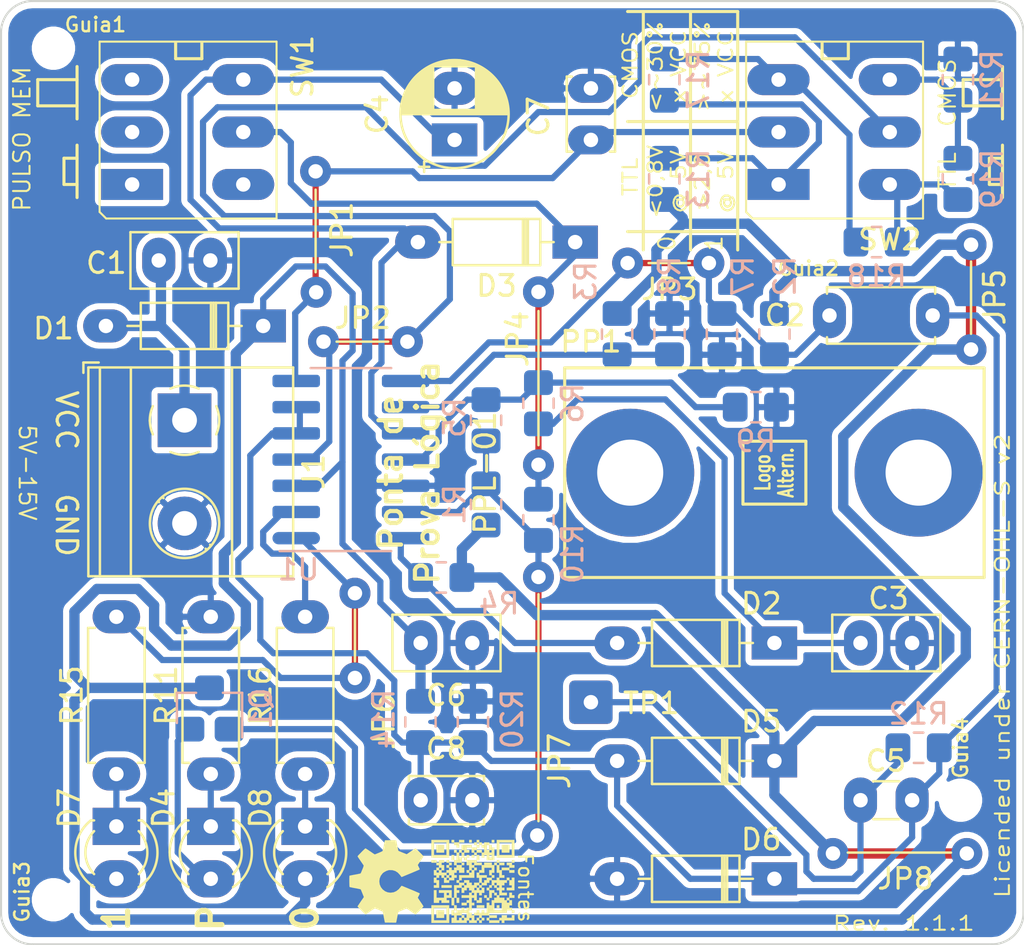
<source format=kicad_pcb>
(kicad_pcb (version 20171130) (host pcbnew 5.1.12-84ad8e8a86~92~ubuntu20.04.1)
  (title_block (title "Ponta de Prova Lógica") (date 2021-12-16) (rev 01.1.1) (company "Copyright 2022 Engenhartis (www.engenhartis.com.br)") (comment 1 "USE ON YOUR OWN RISK. NO WARRANTY GIVEN. Read the license before the use.") (comment 2 "USE SOB SEU PRÓPRIO RISCO. NENHUMA GARANTIA FORNECIDA. Leia a licença antes de usar.") (comment 3 "Licença: CERN-OHL-S (https://ohwr.org/cern_ohl_s_v2.pdf)") (comment 4 "Modelo: PPL-01"))
  (layers (0 F.Cu signal) (31 B.Cu signal) (34 B.Paste user hide) (35 F.Paste user hide) (36 B.SilkS user) (37 F.SilkS user) (38 B.Mask user hide) (39 F.Mask user hide) (44 Edge.Cuts user))
  (net 0 "")
  (net 1 GND)
  (net 2 "Net-(C1-Pad1)")
  (net 3 vprova)
  (net 4 "Net-(C2-Pad1)")
  (net 5 "Net-(C3-Pad2)")
  (net 6 "Net-(C4-Pad1)")
  (net 7 "Net-(C5-Pad2)")
  (net 8 VCC)
  (net 9 "Net-(C7-Pad1)")
  (net 10 "Net-(D2-Pad2)")
  (net 11 "Net-(D3-Pad1)")
  (net 12 "Net-(D4-Pad2)")
  (net 13 "Net-(D4-Pad1)")
  (net 14 "Net-(D7-Pad1)")
  (net 15 "Net-(D8-Pad1)")
  (net 16 "Net-(Q1-Pad1)")
  (net 17 "Net-(R3-Pad2)")
  (net 18 "Net-(R5-Pad2)")
  (net 19 "Net-(R13-Pad2)")
  (net 20 "Net-(R15-Pad2)")
  (net 21 "Net-(R16-Pad2)")
  (net 22 "Net-(R17-Pad2)")
  (net 23 "Net-(R18-Pad2)")
  (net 24 "Net-(R19-Pad2)")
  (net 25 "Net-(SW2-Pad5)")
  (net 26 "Net-(SW1-Pad1)")
  (net 27 "Net-(SW1-Pad2)")
  (net 28 "Net-(SW1-Pad3)")
  (net 29 "Net-(SW1-Pad4)")
  (net 30 "Net-(PP1-Pad2)")
  (net 31 "Net-(PP1-Pad1)")
  (module contornos-personalizados:QR_CODE_URL_Fontes_PPL-01 (layer F.Cu) (at 148.59 115.062)
    (fp_text reference R*** hide)
    (fp_text value QR_CODE_URL_Fontes_PPL-01 hide)
  )
  (module contornos-personalizados:OSHW_Logo_silkscreen-front_4mm (layer F.Cu) (at 144.399 115.062 90)
    (fp_text reference G*** hide)
    (fp_text value OSHW_Logo_silkscreen-front_4mm hide)
  )
  (module contornos-personalizados:FuroGuia_1.5mm (layer B.Cu) (at 164.846 83.82)
    (fp_text reference Guia2 (at 0 1.524) (layer F.SilkS) (effects (font (size 0.7 0.7) (thickness 0.12))))
    (fp_text value FuroGuia_1.5mm hide)
    (pad "" np_thru_hole circle (at 0 0) (size 1.5 1.5) (drill 1.5) (layers *.Cu *.Mask))
  )
  (module contornos-personalizados:FuroGuia_1.5mm (layer B.Cu) (at 128.27 115.951)
    (fp_text reference Guia3 (at -1.524 -0.381 90) (layer F.SilkS) (effects (font (size 0.7 0.7) (thickness 0.12))))
    (fp_text value FuroGuia_1.5mm hide)
    (pad "" np_thru_hole circle (at 0 0) (size 1.5 1.5) (drill 1.5) (layers *.Cu *.Mask))
  )
  (module contornos-personalizados:FuroGuia_1.5mm (layer F.Cu) (at 128.27 74.676)
    (fp_text reference Guia1 (at 2.032 -1.143) (layer F.SilkS) (effects (font (size 0.7 0.7) (thickness 0.12))))
    (fp_text value FuroGuia_1.5mm hide)
    (pad "" np_thru_hole circle (at 0 0) (size 1.5 1.5) (drill 1.5) (layers *.Cu *.Mask))
  )
  (module contornos-personalizados:FuroGuia_1.5mm (layer B.Cu) (at 172.212 111.125 90)
    (fp_text reference Guia4 (at 2.54 0 90) (layer F.SilkS) (effects (font (size 0.7 0.7) (thickness 0.12))))
    (fp_text value FuroGuia_1.5mm hide)
    (pad "" np_thru_hole circle (at 0 0 90) (size 1.5 1.5) (drill 1.5) (layers *.Cu *.Mask))
  )
  (module contornos-personalizados:Wire_Jumper_L2.0mm (layer F.Cu) (at 157.099 85.09)
    (fp_text reference JP3 (at 1.016 1.27) (layer F.SilkS))
    (fp_text value Jumper_Simbolico hide)
  )
  (module contornos-personalizados:Ponta_de_Prova_Fixacao_20mmx10mmx10mm (layer F.Cu) (at 153.035 100.33 90)
    (fp_text reference PP1 (at 11.43 1.27) (layer F.SilkS))
    (fp_text value "Ponta de Prova" hide)
    (pad 1 thru_hole circle (at 5.08 3.175 90) (size 6.2 6.2) (drill 3.2) (layers *.Cu *.Mask) (net 31 "Net-(PP1-Pad1)"))
    (pad 2 thru_hole circle (at 5.08 17.145 90) (size 6.2 6.2) (drill 3.2) (layers *.Cu *.Mask) (net 30 "Net-(PP1-Pad2)"))
  )
  (module Capacitor_THT:C_Disc_D5.0mm_W2.5mm_P5.00mm (layer F.Cu) (at 165.862 87.63)
    (fp_text reference C2 (at -2.159 0) (layer F.SilkS))
    (fp_text value 1,8nF)
    (pad 1 thru_hole oval (at 0 0) (size 1.6 2.2) (drill 0.7) (layers *.Cu *.Mask) (net 4 "Net-(C2-Pad1)"))
    (pad 2 thru_hole oval (at 5 0) (size 1.6 2.2) (drill 0.7) (layers *.Cu *.Mask) (net 3 vprova))
  )
  (module Capacitor_THT:C_Disc_D5.0mm_W2.5mm_P2.50mm (layer F.Cu) (at 146.059 103.505)
    (fp_text reference C6 (at 1.23 2.54) (layer F.SilkS))
    (fp_text value 100nF)
    (pad 1 thru_hole oval (at 0 0) (size 1.6 2.2) (drill 0.7) (layers *.Cu *.Mask) (net 8 VCC))
    (pad 2 thru_hole oval (at 2.5 0) (size 1.6 2.2) (drill 0.7) (layers *.Cu *.Mask) (net 1 GND))
  )
  (module Capacitor_THT:C_Disc_D5.0mm_W2.5mm_P2.50mm (layer F.Cu) (at 169.866 103.505 180)
    (fp_text reference C3 (at 1.143 2.159) (layer F.SilkS))
    (fp_text value 100nF)
    (pad 1 thru_hole oval (at 0 0 180) (size 1.6 2.2) (drill 0.7) (layers *.Cu *.Mask) (net 1 GND))
    (pad 2 thru_hole oval (at 2.5 0 180) (size 1.6 2.2) (drill 0.7) (layers *.Cu *.Mask) (net 5 "Net-(C3-Pad2)"))
  )
  (module Capacitor_THT:C_Disc_D5.0mm_W2.5mm_P2.50mm (layer F.Cu) (at 133.37 84.963)
    (fp_text reference C1 (at -2.54 0.127) (layer F.SilkS))
    (fp_text value 100nF)
    (pad 1 thru_hole oval (at 0 0) (size 1.6 2.2) (drill 0.7) (layers *.Cu *.Mask) (net 2 "Net-(C1-Pad1)"))
    (pad 2 thru_hole oval (at 2.5 0) (size 1.6 2.2) (drill 0.7) (layers *.Cu *.Mask) (net 1 GND))
  )
  (module Capacitor_THT:C_Disc_D3.4mm_W2.1mm_P2.50mm (layer F.Cu) (at 154.305 79.121 90)
    (fp_text reference C7 (at 1.143 -2.54 90) (layer F.SilkS))
    (fp_text value 10nF)
    (pad 1 thru_hole oval (at 0 0 90) (size 1.4 2.2) (drill 0.7) (layers *.Cu *.Mask) (net 9 "Net-(C7-Pad1)"))
    (pad 2 thru_hole oval (at 2.5 0 90) (size 1.4 2.2) (drill 0.7) (layers *.Cu *.Mask) (net 1 GND))
  )
  (module Capacitor_THT:C_Disc_D3.4mm_W2.1mm_P2.50mm (layer F.Cu) (at 146.059 111.125)
    (fp_text reference C8 (at 1.23 -2.5) (layer F.SilkS))
    (fp_text value 10nF)
    (pad 1 thru_hole oval (at 0 0) (size 1.6 2.2) (drill 0.7) (layers *.Cu *.Mask) (net 3 vprova))
    (pad 2 thru_hole oval (at 2.5 0) (size 1.6 2.2) (drill 0.7) (layers *.Cu *.Mask) (net 1 GND))
  )
  (module Capacitor_THT:C_Disc_D3.0mm_W1.6mm_P2.50mm (layer F.Cu) (at 169.866 111.125 180)
    (fp_text reference C5 (at 1.27 1.905) (layer F.SilkS))
    (fp_text value 560pF)
    (pad 1 thru_hole oval (at 0 0 180) (size 1.6 2.2) (drill 0.7) (layers *.Cu *.Mask) (net 3 vprova))
    (pad 2 thru_hole oval (at 2.5 0 180) (size 1.6 2.2) (drill 0.7) (layers *.Cu *.Mask) (net 7 "Net-(C5-Pad2)"))
  )
  (module contornos-personalizados:Wire_Jumper_L6.5mm (layer F.Cu) (at 151.765 93.9165 90)
    (fp_text reference JP4 (at 5.1435 -1.016 90) (layer F.SilkS))
    (fp_text value Jumper_Simbolico hide)
  )
  (module contornos-personalizados:Wire_Jumper_L11.0mm (layer F.Cu) (at 151.765 112.141 90)
    (fp_text reference JP7 (at 2.921 1.016 90) (layer F.SilkS))
    (fp_text value Jumper_Simbolico hide)
  )
  (module contornos-personalizados:Wire_Jumper_L2.5mm (layer F.Cu) (at 142.875 104.394 90)
    (fp_text reference JP6 (at -2.921 1.397 90) (layer F.SilkS))
    (fp_text value Jumper_Simbolico hide)
  )
  (module contornos-personalizados:Wire_Jumper_L3.5mm (layer F.Cu) (at 172.72 88.519 90)
    (fp_text reference JP5 (at 1.778 1.143 90) (layer F.SilkS))
    (fp_text value Jumper_Simbolico hide)
  )
  (module contornos-personalizados:Wire_Jumper_L2.5mm (layer F.Cu) (at 141.986 88.9)
    (fp_text reference JP2 (at 1.27 -1.143) (layer F.SilkS))
    (fp_text value Jumper_Simbolico hide)
  )
  (module contornos-personalizados:Wire_Jumper_L4.0mm (layer F.Cu) (at 140.97 81.534 270)
    (fp_text reference JP1 (at 1.943423 -1.27 90) (layer F.SilkS))
    (fp_text value Jumper_Simbolico hide)
  )
  (module contornos-personalizados:Wire_Jumper_L5.0mm (layer F.Cu) (at 166.751 113.665)
    (fp_text reference JP8 (at 2.794 1.27) (layer F.SilkS))
    (fp_text value Jumper_Simbolico hide)
  )
  (module LED_THT:LED_D3.0mm (layer F.Cu) (at 131.318 112.395 270)
    (fp_text reference D7 (at -0.889 2.286 90) (layer F.SilkS))
    (fp_text value VD)
    (pad 2 thru_hole oval (at 2.54 0 270) (size 1.8 2.3) (drill 0.7) (layers *.Cu *.Mask) (net 8 VCC))
    (pad 1 thru_hole rect (at 0 0 270) (size 1.8 2.3) (drill 0.7) (layers *.Cu *.Mask) (net 14 "Net-(D7-Pad1)"))
  )
  (module Resistor_SMD:R_0805_2012Metric_Pad1.20x1.40mm_HandSolder (layer B.Cu) (at 155.575 88.535 270)
    (fp_text reference R3 (at -2.556 1.524 90) (layer B.SilkS) (effects (justify mirror)))
    (fp_text value 100k)
    (pad 1 smd roundrect (at -1 0 270) (size 1.2 1.4) (layers B.Cu B.Paste B.Mask) (roundrect_rratio 0.2083325) (net 8 VCC))
    (pad 2 smd roundrect (at 1 0 270) (size 1.2 1.4) (layers B.Cu B.Paste B.Mask) (roundrect_rratio 0.2083325) (net 17 "Net-(R3-Pad2)"))
  )
  (module Resistor_SMD:R_0805_2012Metric_Pad1.20x1.40mm_HandSolder (layer B.Cu) (at 149.225 96.79 90)
    (fp_text reference R1 (at 0 -1.524 90) (layer B.SilkS) (effects (justify mirror)))
    (fp_text value 10k)
    (pad 1 smd roundrect (at -1 0 90) (size 1.2 1.4) (layers B.Cu B.Paste B.Mask) (roundrect_rratio 0.2083325) (net 8 VCC))
    (pad 2 smd roundrect (at 1 0 90) (size 1.2 1.4) (layers B.Cu B.Paste B.Mask) (roundrect_rratio 0.2083325) (net 16 "Net-(Q1-Pad1)"))
  )
  (module Resistor_SMD:R_0805_2012Metric_Pad1.20x1.40mm_HandSolder (layer B.Cu) (at 149.225 92.71 90)
    (fp_text reference R5 (at 0.127 -1.524 90) (layer B.SilkS) (effects (justify mirror)))
    (fp_text value 470k)
    (pad 1 smd roundrect (at -1 0 90) (size 1.2 1.4) (layers B.Cu B.Paste B.Mask) (roundrect_rratio 0.2083325) (net 16 "Net-(Q1-Pad1)"))
    (pad 2 smd roundrect (at 1 0 90) (size 1.2 1.4) (layers B.Cu B.Paste B.Mask) (roundrect_rratio 0.2083325) (net 18 "Net-(R5-Pad2)"))
  )
  (module TerminalBlock_Phoenix:TerminalBlock_Phoenix_MKDS-1,5-2_1x02_P5.00mm_Horizontal (layer F.Cu) (at 134.62 92.71 270)
    (fp_text reference J1 (at 2.5 -6.26 90) (layer F.SilkS))
    (fp_text value Conn_01x02)
    (pad 1 thru_hole rect (at 0 0 270) (size 2.6 2.6) (drill 1.2) (layers *.Cu *.Mask) (net 2 "Net-(C1-Pad1)"))
    (pad 2 thru_hole circle (at 5 0 270) (size 2.6 2.6) (drill 1.2) (layers *.Cu *.Mask) (net 1 GND))
  )
  (module contornos-personalizados:Button_8mm_x_8mm_H2.5mm_V5.5mm (layer F.Cu) (at 134.9248 78.74 270)
    (fp_text reference SW1 (at -3.175 -5.4102 90) (layer F.SilkS))
    (fp_text value SW_DPDT_x2 hide)
    (pad 4 thru_hole oval (at 2.54 -2.54 270) (size 1.5 3) (drill 0.7) (layers *.Cu *.Mask) (net 29 "Net-(SW1-Pad4)"))
    (pad 5 thru_hole oval (at 0 -2.54 270) (size 1.5 3) (drill 0.7) (layers *.Cu *.Mask) (net 11 "Net-(D3-Pad1)"))
    (pad 6 thru_hole oval (at -2.54 -2.54 270) (size 1.5 3) (drill 0.7) (layers *.Cu *.Mask) (net 6 "Net-(C4-Pad1)"))
    (pad 3 thru_hole oval (at -2.54 2.8448 270) (size 1.5 3) (drill 0.7) (layers *.Cu *.Mask) (net 28 "Net-(SW1-Pad3)"))
    (pad 2 thru_hole oval (at 0 2.8448 270) (size 1.5 3) (drill 0.7) (layers *.Cu *.Mask) (net 27 "Net-(SW1-Pad2)"))
    (pad 1 thru_hole rect (at 2.54 2.8448 270) (size 1.5 3) (drill 0.7) (layers *.Cu *.Mask) (net 26 "Net-(SW1-Pad1)"))
  )
  (module Resistor_THT:R_Axial_DIN0207_L6.3mm_D2.5mm_P7.62mm_Horizontal (layer F.Cu) (at 140.462 109.855 90)
    (fp_text reference R16 (at 3.81 -2.159 90) (layer F.SilkS))
    (fp_text value 820R/0.5W)
    (pad 1 thru_hole oval (at 0 0 90) (size 1.6 2.3) (drill 0.7) (layers *.Cu *.Mask) (net 15 "Net-(D8-Pad1)"))
    (pad 2 thru_hole oval (at 7.62 0 90) (size 1.6 2.3) (drill 0.7) (layers *.Cu *.Mask) (net 21 "Net-(R16-Pad2)"))
  )
  (module Resistor_THT:R_Axial_DIN0207_L6.3mm_D2.5mm_P7.62mm_Horizontal (layer F.Cu) (at 131.318 109.855 90)
    (fp_text reference R15 (at 3.81 -2.159 90) (layer F.SilkS))
    (fp_text value 820R/0.5W)
    (pad 1 thru_hole oval (at 0 0 90) (size 1.6 2.3) (drill 0.7) (layers *.Cu *.Mask) (net 14 "Net-(D7-Pad1)"))
    (pad 2 thru_hole oval (at 7.62 0 90) (size 1.6 2.3) (drill 0.7) (layers *.Cu *.Mask) (net 20 "Net-(R15-Pad2)"))
  )
  (module contornos-personalizados:Button_8mm_x_8mm_H2.5mm_V5.5mm (layer F.Cu) (at 166.243 78.74 270)
    (fp_text reference SW2 (at 5.207 -2.54 180) (layer F.SilkS))
    (fp_text value SW_DPDT_x2 hide)
    (pad 4 thru_hole oval (at 2.54 -2.54 270) (size 1.5 3) (drill 0.7) (layers *.Cu *.Mask) (net 23 "Net-(R18-Pad2)"))
    (pad 5 thru_hole oval (at 0 -2.54 270) (size 1.5 3) (drill 0.7) (layers *.Cu *.Mask) (net 25 "Net-(SW2-Pad5)"))
    (pad 6 thru_hole oval (at -2.54 -2.54 270) (size 1.5 3) (drill 0.7) (layers *.Cu *.Mask) (net 24 "Net-(R19-Pad2)"))
    (pad 3 thru_hole oval (at -2.54 2.8448 270) (size 1.5 3) (drill 0.7) (layers *.Cu *.Mask) (net 22 "Net-(R17-Pad2)"))
    (pad 2 thru_hole oval (at 0 2.8448 270) (size 1.5 3) (drill 0.7) (layers *.Cu *.Mask) (net 9 "Net-(C7-Pad1)"))
    (pad 1 thru_hole rect (at 2.54 2.8448 270) (size 1.5 3) (drill 0.7) (layers *.Cu *.Mask) (net 19 "Net-(R13-Pad2)"))
  )
  (module Package_SO:SOIC-14_3.9x8.7mm_P1.27mm (layer B.Cu) (at 142.68 94.615)
    (fp_text reference U1 (at -2.54 5.334) (layer B.SilkS) (effects (justify mirror)))
    (fp_text value LM339)
    (pad 1 smd oval (at -2.475 3.81) (size 2.3 0.6) (drill (offset -0.175 0)) (layers B.Cu B.Paste B.Mask) (net 20 "Net-(R15-Pad2)"))
    (pad 2 smd roundrect (at -2.475 2.54) (size 2.3 0.6) (drill (offset -0.175 0)) (layers B.Cu B.Paste B.Mask) (net 21 "Net-(R16-Pad2)"))
    (pad 3 smd roundrect (at -2.475 1.27) (size 2.3 0.6) (drill (offset -0.175 0)) (layers B.Cu B.Paste B.Mask) (net 8 VCC))
    (pad 4 smd roundrect (at -2.475 0) (size 2.3 0.6) (drill (offset -0.175 0)) (layers B.Cu B.Paste B.Mask) (net 25 "Net-(SW2-Pad5)"))
    (pad 5 smd roundrect (at -2.475 -1.27) (size 2.3 0.6) (drill (offset -0.175 0)) (layers B.Cu B.Paste B.Mask) (net 3 vprova))
    (pad 6 smd roundrect (at -2.475 -2.54) (size 2.3 0.6) (drill (offset -0.175 0)) (layers B.Cu B.Paste B.Mask) (net 3 vprova))
    (pad 7 smd roundrect (at -2.475 -3.81) (size 2.3 0.6) (drill (offset -0.175 0)) (layers B.Cu B.Paste B.Mask) (net 9 "Net-(C7-Pad1)"))
    (pad 8 smd roundrect (at 2.475 -3.81) (size 2.3 0.6) (drill (offset 0.175 0)) (layers B.Cu B.Paste B.Mask) (net 4 "Net-(C2-Pad1)"))
    (pad 9 smd roundrect (at 2.475 -2.54) (size 2.3 0.6) (drill (offset 0.175 0)) (layers B.Cu B.Paste B.Mask) (net 17 "Net-(R3-Pad2)"))
    (pad 10 smd roundrect (at 2.475 -1.27) (size 2.3 0.6) (drill (offset 0.175 0)) (layers B.Cu B.Paste B.Mask) (net 6 "Net-(C4-Pad1)"))
    (pad 11 smd roundrect (at 2.475 0) (size 2.3 0.6) (drill (offset 0.175 0)) (layers B.Cu B.Paste B.Mask) (net 18 "Net-(R5-Pad2)"))
    (pad 12 smd roundrect (at 2.475 1.27) (size 2.3 0.6) (drill (offset 0.175 0)) (layers B.Cu B.Paste B.Mask) (net 1 GND))
    (pad 13 smd roundrect (at 2.475 2.54) (size 2.3 0.6) (drill (offset 0.175 0)) (layers B.Cu B.Paste B.Mask) (net 16 "Net-(Q1-Pad1)"))
    (pad 14 smd roundrect (at 2.475 3.81) (size 2.3 0.6) (drill (offset 0.175 0)) (layers B.Cu B.Paste B.Mask) (net 10 "Net-(D2-Pad2)"))
  )
  (module Connector_Wire:SolderWire-0.5sqmm_1x01_D0.9mm_OD2.1mm (layer F.Cu) (at 154.305 106.3752)
    (fp_text reference TP1 (at 2.921 0.0508) (layer F.SilkS))
    (fp_text value "Ponta de Prova" hide)
    (pad 1 thru_hole roundrect (at 0 0) (size 2.1 2.1) (drill 0.7) (layers *.Cu *.Mask) (roundrect_rratio 0.119) (net 7 "Net-(C5-Pad2)"))
  )
  (module Resistor_SMD:R_0805_2012Metric_Pad1.20x1.40mm_HandSolder (layer B.Cu) (at 172.085 76.2 90)
    (fp_text reference R21 (at 0 1.65 90) (layer B.SilkS) (effects (justify mirror)))
    (fp_text value 47k)
    (pad 1 smd roundrect (at -1 0 90) (size 1.2 1.4) (layers B.Cu B.Paste B.Mask) (roundrect_rratio 0.2083325) (net 24 "Net-(R19-Pad2)"))
    (pad 2 smd roundrect (at 1 0 90) (size 1.2 1.4) (layers B.Cu B.Paste B.Mask) (roundrect_rratio 0.2083325) (net 1 GND))
  )
  (module Resistor_SMD:R_0805_2012Metric_Pad1.20x1.40mm_HandSolder (layer B.Cu) (at 148.59 107.331 90)
    (fp_text reference R20 (at 0.143 1.905 90) (layer B.SilkS) (effects (justify mirror)))
    (fp_text value 820k)
    (pad 1 smd roundrect (at -1 0 90) (size 1.2 1.4) (layers B.Cu B.Paste B.Mask) (roundrect_rratio 0.2083325) (net 3 vprova))
    (pad 2 smd roundrect (at 1 0 90) (size 1.2 1.4) (layers B.Cu B.Paste B.Mask) (roundrect_rratio 0.2083325) (net 1 GND))
  )
  (module Resistor_SMD:R_0805_2012Metric_Pad1.20x1.40mm_HandSolder (layer B.Cu) (at 172.085 81.01 90)
    (fp_text reference R19 (at 0 1.65 90) (layer B.SilkS) (effects (justify mirror)))
    (fp_text value 39k)
    (pad 1 smd roundrect (at -1 0 90) (size 1.2 1.4) (layers B.Cu B.Paste B.Mask) (roundrect_rratio 0.2083325) (net 23 "Net-(R18-Pad2)"))
    (pad 2 smd roundrect (at 1 0 90) (size 1.2 1.4) (layers B.Cu B.Paste B.Mask) (roundrect_rratio 0.2083325) (net 24 "Net-(R19-Pad2)"))
  )
  (module Resistor_SMD:R_0805_2012Metric_Pad1.20x1.40mm_HandSolder (layer B.Cu) (at 168.145 84.074)
    (fp_text reference R18 (at 0 1.65) (layer B.SilkS) (effects (justify mirror)))
    (fp_text value 33k)
    (pad 1 smd roundrect (at -1 0) (size 1.2 1.4) (layers B.Cu B.Paste B.Mask) (roundrect_rratio 0.2083325) (net 22 "Net-(R17-Pad2)"))
    (pad 2 smd roundrect (at 1 0) (size 1.2 1.4) (layers B.Cu B.Paste B.Mask) (roundrect_rratio 0.2083325) (net 23 "Net-(R18-Pad2)"))
  )
  (module Resistor_SMD:R_0805_2012Metric_Pad1.20x1.40mm_HandSolder (layer B.Cu) (at 157.861 76.2 90)
    (fp_text reference R17 (at 0 1.65 90) (layer B.SilkS) (effects (justify mirror)))
    (fp_text value 82k)
    (pad 2 smd roundrect (at 1 0 90) (size 1.2 1.4) (layers B.Cu B.Paste B.Mask) (roundrect_rratio 0.2083325) (net 22 "Net-(R17-Pad2)"))
    (pad 1 smd roundrect (at -1 0 90) (size 1.2 1.4) (layers B.Cu B.Paste B.Mask) (roundrect_rratio 0.2083325) (net 19 "Net-(R13-Pad2)"))
  )
  (module Resistor_SMD:R_0805_2012Metric_Pad1.20x1.40mm_HandSolder (layer B.Cu) (at 146.05 107.331 270)
    (fp_text reference R14 (at -0.143 1.778 90) (layer B.SilkS) (effects (justify mirror)))
    (fp_text value 1.2M)
    (pad 1 smd roundrect (at -1 0 270) (size 1.2 1.4) (layers B.Cu B.Paste B.Mask) (roundrect_rratio 0.2083325) (net 8 VCC))
    (pad 2 smd roundrect (at 1 0 270) (size 1.2 1.4) (layers B.Cu B.Paste B.Mask) (roundrect_rratio 0.2083325) (net 3 vprova))
  )
  (module Resistor_SMD:R_0805_2012Metric_Pad1.20x1.40mm_HandSolder (layer B.Cu) (at 157.861 81.01 90)
    (fp_text reference R13 (at 0 1.65 90) (layer B.SilkS) (effects (justify mirror)))
    (fp_text value 47k)
    (pad 2 smd roundrect (at 1 0 90) (size 1.2 1.4) (layers B.Cu B.Paste B.Mask) (roundrect_rratio 0.2083325) (net 19 "Net-(R13-Pad2)"))
    (pad 1 smd roundrect (at -1 0 90) (size 1.2 1.4) (layers B.Cu B.Paste B.Mask) (roundrect_rratio 0.2083325) (net 8 VCC))
  )
  (module Resistor_SMD:R_0805_2012Metric_Pad1.20x1.40mm_HandSolder (layer B.Cu) (at 170.18 108.585 180)
    (fp_text reference R12 (at 0 1.65) (layer B.SilkS) (effects (justify mirror)))
    (fp_text value 10k)
    (pad 1 smd roundrect (at -1 0 180) (size 1.2 1.4) (layers B.Cu B.Paste B.Mask) (roundrect_rratio 0.2083325) (net 3 vprova))
    (pad 2 smd roundrect (at 1 0 180) (size 1.2 1.4) (layers B.Cu B.Paste B.Mask) (roundrect_rratio 0.2083325) (net 7 "Net-(C5-Pad2)"))
  )
  (module Resistor_THT:R_Axial_DIN0207_L6.3mm_D2.5mm_P7.62mm_Horizontal (layer F.Cu) (at 135.89 102.235 270)
    (fp_text reference R11 (at 3.81 2.159 90) (layer F.SilkS))
    (fp_text value 820R/0.5W)
    (pad 1 thru_hole oval (at 0 0 270) (size 1.6 2.3) (drill 0.7) (layers *.Cu *.Mask) (net 1 GND))
    (pad 2 thru_hole oval (at 7.62 0 270) (size 1.6 2.3) (drill 0.7) (layers *.Cu *.Mask) (net 13 "Net-(D4-Pad1)"))
  )
  (module Resistor_SMD:R_0805_2012Metric_Pad1.20x1.40mm_HandSolder (layer B.Cu) (at 151.765 97.536 90)
    (fp_text reference R10 (at -1.651 1.651 90) (layer B.SilkS) (effects (justify mirror)))
    (fp_text value 100k)
    (pad 1 smd roundrect (at -1 0 90) (size 1.2 1.4) (layers B.Cu B.Paste B.Mask) (roundrect_rratio 0.2083325) (net 16 "Net-(Q1-Pad1)"))
    (pad 2 smd roundrect (at 1 0 90) (size 1.2 1.4) (layers B.Cu B.Paste B.Mask) (roundrect_rratio 0.2083325) (net 11 "Net-(D3-Pad1)"))
  )
  (module Resistor_SMD:R_0805_2012Metric_Pad1.20x1.40mm_HandSolder (layer B.Cu) (at 162.295 92.075)
    (fp_text reference R9 (at 0 1.65) (layer B.SilkS) (effects (justify mirror)))
    (fp_text value 470k)
    (pad 1 smd roundrect (at -1 0) (size 1.2 1.4) (layers B.Cu B.Paste B.Mask) (roundrect_rratio 0.2083325) (net 18 "Net-(R5-Pad2)"))
    (pad 2 smd roundrect (at 1 0) (size 1.2 1.4) (layers B.Cu B.Paste B.Mask) (roundrect_rratio 0.2083325) (net 1 GND))
  )
  (module Resistor_SMD:R_0805_2012Metric_Pad1.20x1.40mm_HandSolder (layer B.Cu) (at 158.115 88.535 90)
    (fp_text reference R8 (at 2.81 0 90) (layer B.SilkS) (effects (justify mirror)))
    (fp_text value 100k)
    (pad 1 smd roundrect (at -1 0 90) (size 1.2 1.4) (layers B.Cu B.Paste B.Mask) (roundrect_rratio 0.2083325) (net 17 "Net-(R3-Pad2)"))
    (pad 2 smd roundrect (at 1 0 90) (size 1.2 1.4) (layers B.Cu B.Paste B.Mask) (roundrect_rratio 0.2083325) (net 1 GND))
  )
  (module Resistor_SMD:R_0805_2012Metric_Pad1.20x1.40mm_HandSolder (layer B.Cu) (at 160.655 88.535 270)
    (fp_text reference R7 (at -2.81 -1.016 90) (layer B.SilkS) (effects (justify mirror)))
    (fp_text value 4M7)
    (pad 1 smd roundrect (at -1 0 270) (size 1.2 1.4) (layers B.Cu B.Paste B.Mask) (roundrect_rratio 0.2083325) (net 4 "Net-(C2-Pad1)"))
    (pad 2 smd roundrect (at 1 0 270) (size 1.2 1.4) (layers B.Cu B.Paste B.Mask) (roundrect_rratio 0.2083325) (net 1 GND))
  )
  (module Resistor_SMD:R_0805_2012Metric_Pad1.20x1.40mm_HandSolder (layer B.Cu) (at 151.765 91.885 270)
    (fp_text reference R6 (at 0 -1.651 90) (layer B.SilkS) (effects (justify mirror)))
    (fp_text value 470k)
    (pad 1 smd roundrect (at -1 0 270) (size 1.2 1.4) (layers B.Cu B.Paste B.Mask) (roundrect_rratio 0.2083325) (net 18 "Net-(R5-Pad2)"))
    (pad 2 smd roundrect (at 1 0 270) (size 1.2 1.4) (layers B.Cu B.Paste B.Mask) (roundrect_rratio 0.2083325) (net 5 "Net-(C3-Pad2)"))
  )
  (module Resistor_SMD:R_0805_2012Metric_Pad1.20x1.40mm_HandSolder (layer B.Cu) (at 147.055 100.33 180)
    (fp_text reference R4 (at -2.805 -1.27) (layer B.SilkS) (effects (justify mirror)))
    (fp_text value 10k)
    (pad 1 smd roundrect (at -1 0 180) (size 1.2 1.4) (layers B.Cu B.Paste B.Mask) (roundrect_rratio 0.2083325) (net 8 VCC))
    (pad 2 smd roundrect (at 1 0 180) (size 1.2 1.4) (layers B.Cu B.Paste B.Mask) (roundrect_rratio 0.2083325) (net 10 "Net-(D2-Pad2)"))
  )
  (module Resistor_SMD:R_0805_2012Metric_Pad1.20x1.40mm_HandSolder (layer B.Cu) (at 163.195 88.535 270)
    (fp_text reference R2 (at -2.81 -0.508 90) (layer B.SilkS) (effects (justify mirror)))
    (fp_text value 2M7)
    (pad 1 smd roundrect (at -1 0 270) (size 1.2 1.4) (layers B.Cu B.Paste B.Mask) (roundrect_rratio 0.2083325) (net 8 VCC))
    (pad 2 smd roundrect (at 1 0 270) (size 1.2 1.4) (layers B.Cu B.Paste B.Mask) (roundrect_rratio 0.2083325) (net 4 "Net-(C2-Pad1)"))
  )
  (module Package_TO_SOT_SMD:SOT-23 (layer B.Cu) (at 135.829 106.68 90)
    (fp_text reference Q1 (at 0 2.5 90) (layer B.SilkS) (effects (justify mirror)))
    (fp_text value BC847)
    (pad 1 smd roundrect (at -1 0.95 90) (size 1.2 1.4) (layers B.Cu B.Paste B.Mask) (roundrect_rratio 0.2083325) (net 16 "Net-(Q1-Pad1)"))
    (pad 2 smd roundrect (at -1 -0.95 90) (size 1.2 1.4) (layers B.Cu B.Paste B.Mask) (roundrect_rratio 0.2083325) (net 12 "Net-(D4-Pad2)"))
    (pad 3 smd roundrect (at 1 0 90) (size 1.2 1.4) (layers B.Cu B.Paste B.Mask) (roundrect_rratio 0.2083325) (net 8 VCC))
  )
  (module LED_THT:LED_D3.0mm (layer F.Cu) (at 140.462 112.395 270)
    (fp_text reference D8 (at -0.889 2.159 90) (layer F.SilkS))
    (fp_text value VM)
    (pad 2 thru_hole oval (at 2.54 0 270) (size 1.8 2.3) (drill 0.7) (layers *.Cu *.Mask) (net 8 VCC))
    (pad 1 thru_hole rect (at 0 0 270) (size 1.8 2.3) (drill 0.7) (layers *.Cu *.Mask) (net 15 "Net-(D8-Pad1)"))
  )
  (module Diode_THT:D_DO-35_SOD27_P7.62mm_Horizontal (layer F.Cu) (at 163.195 114.935 180)
    (fp_text reference D6 (at 0.635 1.905) (layer F.SilkS))
    (fp_text value 1N4148)
    (pad 1 thru_hole rect (at 0 0 180) (size 2.2 1.6) (drill 0.7) (layers *.Cu *.Mask) (net 3 vprova))
    (pad 2 thru_hole oval (at 7.62 0 180) (size 2.2 1.6) (drill 0.7) (layers *.Cu *.Mask) (net 1 GND))
  )
  (module Diode_THT:D_DO-35_SOD27_P7.62mm_Horizontal (layer F.Cu) (at 163.195 109.22 180)
    (fp_text reference D5 (at 0.635 1.905) (layer F.SilkS))
    (fp_text value 1N4148)
    (pad 1 thru_hole rect (at 0 0 180) (size 2.2 1.6) (drill 0.7) (layers *.Cu *.Mask) (net 8 VCC))
    (pad 2 thru_hole oval (at 7.62 0 180) (size 2.2 1.6) (drill 0.7) (layers *.Cu *.Mask) (net 3 vprova))
  )
  (module LED_THT:LED_D3.0mm (layer F.Cu) (at 135.89 112.395 270)
    (fp_text reference D4 (at -0.889 2.286 90) (layer F.SilkS))
    (fp_text value AM)
    (pad 1 thru_hole rect (at 0 0 270) (size 1.8 2.3) (drill 0.7) (layers *.Cu *.Mask) (net 13 "Net-(D4-Pad1)"))
    (pad 2 thru_hole oval (at 2.54 0 270) (size 1.8 2.3) (drill 0.7) (layers *.Cu *.Mask) (net 12 "Net-(D4-Pad2)"))
  )
  (module Diode_THT:D_DO-35_SOD27_P7.62mm_Horizontal (layer F.Cu) (at 153.543 84.074 180)
    (fp_text reference D3 (at 3.81 -2.12) (layer F.SilkS))
    (fp_text value 1N4148)
    (pad 1 thru_hole rect (at 0 0 180) (size 2.2 1.6) (drill 0.7) (layers *.Cu *.Mask) (net 11 "Net-(D3-Pad1)"))
    (pad 2 thru_hole oval (at 7.62 0 180) (size 2.2 1.6) (drill 0.7) (layers *.Cu *.Mask) (net 6 "Net-(C4-Pad1)"))
  )
  (module Diode_THT:D_DO-35_SOD27_P7.62mm_Horizontal (layer F.Cu) (at 163.195 103.505 180)
    (fp_text reference D2 (at 0.635 1.905) (layer F.SilkS))
    (fp_text value 1N4148)
    (pad 1 thru_hole rect (at 0 0 180) (size 2.2 1.6) (drill 0.7) (layers *.Cu *.Mask) (net 5 "Net-(C3-Pad2)"))
    (pad 2 thru_hole oval (at 7.62 0 180) (size 2.2 1.6) (drill 0.7) (layers *.Cu *.Mask) (net 10 "Net-(D2-Pad2)"))
  )
  (module Diode_THT:D_DO-35_SOD27_P7.62mm_Horizontal (layer F.Cu) (at 138.43 88.138 180)
    (fp_text reference D1 (at 10.16 -0.127) (layer F.SilkS))
    (fp_text value 1N4148)
    (pad 1 thru_hole rect (at 0 0 180) (size 2.2 1.6) (drill 0.7) (layers *.Cu *.Mask) (net 8 VCC))
    (pad 2 thru_hole oval (at 7.62 0 180) (size 2.2 1.6) (drill 0.7) (layers *.Cu *.Mask) (net 2 "Net-(C1-Pad1)"))
  )
  (module Capacitor_THT:CP_Radial_D5.0mm_P2.50mm (layer F.Cu) (at 147.701 79.121 90)
    (fp_text reference C4 (at 1.25 -3.75 90) (layer F.SilkS))
    (fp_text value 1uF/25V)
    (pad 1 thru_hole rect (at 0 0 90) (size 1.6 2.2) (drill 0.7) (layers *.Cu *.Mask) (net 6 "Net-(C4-Pad1)"))
    (pad 2 thru_hole oval (at 2.5 0 90) (size 1.6 2.2) (drill 0.7) (layers *.Cu *.Mask) (net 1 GND))
  )
  (gr_text Fontes (at 151.13 113.632787 -90) (layer F.SilkS) (effects (font (size 0.682 0.682) (thickness 0.1)) (justify left)))
  (gr_text MEM (at 126.746 76.835 90) (layer F.SilkS) (effects (font (size 0.8 0.8) (thickness 0.1))))
  (gr_text PULSO (at 126.746 80.645 90) (layer F.SilkS) (effects (font (size 0.8 0.8) (thickness 0.1))))
  (gr_text "Logo\nAltern." (at 163.195 95.25 90) (layer F.SilkS) (effects (font (size 0.7 0.5) (thickness 0.12))))
  (gr_line (start 164.719 93.726) (end 161.671 93.726) (layer F.SilkS) (width 0.15))
  (gr_line (start 164.719 96.774) (end 164.719 93.726) (layer F.SilkS) (width 0.15))
  (gr_line (start 161.671 96.774) (end 164.719 96.774) (layer F.SilkS) (width 0.15))
  (gr_line (start 161.671 93.726) (end 161.671 96.774) (layer F.SilkS) (width 0.15))
  (gr_line (start 129.413 77.47) (end 127.508 77.47) (layer F.SilkS) (width 0.15))
  (gr_line (start 129.413 78.105) (end 129.413 75.565) (layer F.SilkS) (width 0.15))
  (gr_line (start 127.508 76.2) (end 129.413 76.2) (layer F.SilkS) (width 0.15))
  (gr_line (start 127.508 77.47) (end 127.508 76.2) (layer F.SilkS) (width 0.15))
  (gr_line (start 129.413 81.28) (end 128.778 81.28) (layer F.SilkS) (width 0.15))
  (gr_line (start 129.413 81.915) (end 129.413 79.375) (layer F.SilkS) (width 0.15))
  (gr_line (start 128.778 81.28) (end 128.778 80.01) (layer F.SilkS) (width 0.15))
  (gr_line (start 128.778 80.01) (end 129.413 80.01) (layer F.SilkS) (width 0.15))
  (gr_line (start 174.244 78.105) (end 174.244 75.565) (layer F.SilkS) (width 0.15))
  (gr_line (start 174.244 77.47) (end 172.339 77.47) (layer F.SilkS) (width 0.15))
  (gr_line (start 172.339 77.47) (end 172.339 76.2) (layer F.SilkS) (width 0.15))
  (gr_line (start 172.339 76.2) (end 174.244 76.2) (layer F.SilkS) (width 0.15))
  (gr_text CMOS (at 171.577 76.835 90) (layer F.SilkS) (effects (font (size 0.8 0.8) (thickness 0.1))))
  (gr_line (start 174.244 81.915) (end 174.244 79.375) (layer F.SilkS) (width 0.15))
  (gr_line (start 174.244 81.28) (end 173.609 81.28) (layer F.SilkS) (width 0.15))
  (gr_line (start 173.609 81.28) (end 173.609 80.01) (layer F.SilkS) (width 0.15))
  (gr_line (start 173.609 80.01) (end 174.244 80.01) (layer F.SilkS) (width 0.15))
  (gr_text TTL (at 171.577 80.645 90) (layer F.SilkS) (effects (font (size 0.8 0.8) (thickness 0.1))))
  (gr_line (start 156.083 72.898) (end 161.417 72.898) (layer F.SilkS) (width 0.15))
  (gr_text CMOS (at 156.21 77.216 90) (layer F.SilkS) (effects (font (size 0.7 0.8) (thickness 0.1)) (justify left)))
  (gr_text ">∼75%\nx VCC" (at 160.274 75.565 90) (layer F.SilkS) (effects (font (size 0.7 0.8) (thickness 0.1))))
  (gr_text "<∼30%\nx VCC" (at 157.988 75.565 90) (layer F.SilkS) (effects (font (size 0.7 0.8) (thickness 0.1))))
  (gr_line (start 156.083 78.232) (end 161.417 78.232) (layer F.SilkS) (width 0.15))
  (gr_text 1 (at 160.274 84.582 90) (layer F.SilkS) (effects (font (size 0.8 0.8) (thickness 0.1)) (justify left)))
  (gr_line (start 161.417 84.455) (end 161.417 72.898) (layer F.SilkS) (width 0.15))
  (gr_text ">2,0\n@ 5V" (at 160.274 81.153 90) (layer F.SilkS) (effects (font (size 0.7 0.8) (thickness 0.1))))
  (gr_line (start 159.131 84.455) (end 159.131 72.898) (layer F.SilkS) (width 0.15))
  (gr_line (start 156.845 84.455) (end 156.845 72.898) (layer F.SilkS) (width 0.15))
  (gr_line (start 156.083 83.566) (end 161.417 83.566) (layer F.SilkS) (width 0.15))
  (gr_text "<0,8V\n@ 5V" (at 157.988 81.153 90) (layer F.SilkS) (effects (font (size 0.7 0.8) (thickness 0.1))))
  (gr_text 0 (at 157.988 84.582 90) (layer F.SilkS) (effects (font (size 0.8 0.8) (thickness 0.1)) (justify left)))
  (gr_text TTL (at 156.21 81.915 90) (layer F.SilkS) (effects (font (size 0.7 0.8) (thickness 0.1)) (justify left)))
  (gr_arc (start 173.736 73.914) (end 175.26 73.914) (angle -90) (layer Edge.Cuts) (width 0.1))
  (gr_arc (start 173.736 116.586) (end 173.736 118.11) (angle -90) (layer Edge.Cuts) (width 0.1))
  (gr_line (start 175.26 116.586) (end 175.26 73.914) (layer Edge.Cuts) (width 0.1))
  (gr_text "Rev. 1.1.1" (at 172.974 117.094) (layer F.SilkS) (effects (font (size 0.682 0.9) (thickness 0.1)) (justify right)))
  (gr_text "Licended under CERN-OHL-S v2" (at 174.244 115.951 90) (layer F.SilkS) (effects (font (size 0.682 0.9) (thickness 0.1)) (justify left)))
  (gr_text PPL-01 (at 149.179 95.25 90) (layer F.SilkS) (effects (font (size 1 1))))
  (gr_text "Ponta de\nProva Lógica" (at 145.496 95.25 90) (layer F.SilkS) (effects (font (size 1.1 1.1) (thickness 0.2))))
  (gr_arc (start 127.254 73.914) (end 127.254 72.39) (angle -90) (layer Edge.Cuts) (width 0.1))
  (gr_arc (start 127.254 116.586) (end 125.73 116.586) (angle -90) (layer Edge.Cuts) (width 0.1))
  (gr_text P (at 135.89 116.84 90) (layer F.SilkS) (effects (font (size 1.2 1.2) (thickness 0.25))))
  (gr_text 0 (at 140.462 116.84 90) (layer F.SilkS) (effects (font (size 1.2 1.2) (thickness 0.25))))
  (gr_text 1 (at 131.318 116.84 90) (layer F.SilkS) (effects (font (size 1.2 1.2) (thickness 0.25))))
  (gr_text 5V-15V (at 127 95.25 -90) (layer F.SilkS) (effects (font (size 0.8 0.8) (thickness 0.1))))
  (gr_text GND (at 128.905 97.79 270) (layer F.SilkS) (effects (font (size 1 1))))
  (gr_text VCC (at 128.905 92.71 270) (layer F.SilkS) (effects (font (size 1 1))))
  (gr_line (start 125.73 116.586) (end 125.73 73.914) (layer Edge.Cuts) (width 0.1))
  (gr_line (start 173.736 118.11) (end 127.254 118.11) (layer Edge.Cuts) (width 0.1))
  (gr_line (start 127.254 72.39) (end 173.736 72.39) (layer Edge.Cuts) (width 0.1))
  (segment (start 133.477 88.138) (end 130.81 88.138) (width 0.5) (layer B.Cu) (net 2))
  (segment (start 133.477 85.07) (end 133.37 84.963) (width 0.5) (layer B.Cu) (net 2))
  (segment (start 133.477 88.138) (end 133.477 85.07) (width 0.5) (layer B.Cu) (net 2))
  (segment (start 134.62 89.281) (end 133.477 88.138) (width 0.5) (layer B.Cu) (net 2))
  (segment (start 134.62 92.71) (end 134.62 89.281) (width 0.5) (layer B.Cu) (net 2))
  (segment (start 159.120453 114.935) (end 155.575 111.389547) (width 0.3) (layer B.Cu) (net 3))
  (segment (start 155.575 111.389547) (end 155.575 109.22) (width 0.3) (layer B.Cu) (net 3))
  (segment (start 163.195 114.935) (end 159.120453 114.935) (width 0.3) (layer B.Cu) (net 3))
  (segment (start 140.205 92.075) (end 140.205 93.345) (width 0.3) (layer B.Cu) (net 3))
  (segment (start 173.959971 105.805029) (end 173.959971 88.615971) (width 0.3) (layer B.Cu) (net 3))
  (segment (start 171.18 108.585) (end 173.959971 105.805029) (width 0.3) (layer B.Cu) (net 3))
  (segment (start 172.974 87.63) (end 171.116 87.63) (width 0.3) (layer B.Cu) (net 3))
  (segment (start 173.959971 88.615971) (end 172.974 87.63) (width 0.3) (layer B.Cu) (net 3))
  (segment (start 138.925946 104.000946) (end 143.451001 104.000946) (width 0.3) (layer B.Cu) (net 3))
  (segment (start 138.290018 103.365018) (end 138.925946 104.000946) (width 0.3) (layer B.Cu) (net 3))
  (segment (start 137.22501 99.467954) (end 137.22501 100.320846) (width 0.3) (layer B.Cu) (net 3))
  (segment (start 138.290018 101.385854) (end 138.290018 103.365018) (width 0.3) (layer B.Cu) (net 3))
  (segment (start 137.805011 98.887954) (end 137.22501 99.467954) (width 0.3) (layer B.Cu) (net 3))
  (segment (start 137.22501 100.320846) (end 138.290018 101.385854) (width 0.3) (layer B.Cu) (net 3))
  (segment (start 137.805011 94.415989) (end 137.805011 98.887954) (width 0.3) (layer B.Cu) (net 3))
  (segment (start 140.205 93.345) (end 138.876 93.345) (width 0.3) (layer B.Cu) (net 3))
  (segment (start 138.876 93.345) (end 137.805011 94.415989) (width 0.3) (layer B.Cu) (net 3))
  (segment (start 171.18 109.811) (end 169.866 111.125) (width 0.3) (layer B.Cu) (net 3))
  (segment (start 171.18 108.585) (end 171.18 109.811) (width 0.3) (layer B.Cu) (net 3))
  (segment (start 167.253532 115.535011) (end 169.866 112.922543) (width 0.3) (layer B.Cu) (net 3))
  (segment (start 163.195 114.935) (end 163.795011 115.535011) (width 0.3) (layer B.Cu) (net 3))
  (segment (start 163.795011 115.535011) (end 167.253532 115.535011) (width 0.3) (layer B.Cu) (net 3))
  (segment (start 169.866 112.922543) (end 169.866 111.125) (width 0.3) (layer B.Cu) (net 3))
  (segment (start 149.479 109.22) (end 148.59 108.331) (width 0.3) (layer B.Cu) (net 3))
  (segment (start 155.575 109.22) (end 149.479 109.22) (width 0.3) (layer B.Cu) (net 3))
  (segment (start 148.59 108.331) (end 146.05 108.331) (width 0.3) (layer B.Cu) (net 3))
  (segment (start 146.059 108.34) (end 146.05 108.331) (width 0.3) (layer B.Cu) (net 3))
  (segment (start 146.059 111.125) (end 146.059 108.34) (width 0.3) (layer B.Cu) (net 3))
  (segment (start 146.05 108.331) (end 145.161 108.331) (width 0.3) (layer B.Cu) (net 3))
  (segment (start 143.451001 104.000946) (end 144.78 105.329945) (width 0.3) (layer B.Cu) (net 3))
  (segment (start 144.78 107.95) (end 145.161 108.331) (width 0.3) (layer B.Cu) (net 3))
  (segment (start 144.78 105.329945) (end 144.78 107.95) (width 0.3) (layer B.Cu) (net 3))
  (via (at 156.083 85.09) (size 1.5) (drill 0.7) (layers F.Cu B.Cu) (net 4))
  (via (at 160.02 85.09) (size 1.5) (drill 0.7) (layers F.Cu B.Cu) (net 4))
  (segment (start 156.21 85.09) (end 160.02 85.09) (width 0.3) (layer F.Cu) (net 4))
  (segment (start 160.02 86.9) (end 160.655 87.535) (width 0.3) (layer B.Cu) (net 4))
  (segment (start 160.02 85.09) (end 160.02 86.9) (width 0.3) (layer B.Cu) (net 4))
  (segment (start 161.195 87.535) (end 163.195 89.535) (width 0.3) (layer B.Cu) (net 4))
  (segment (start 160.655 87.535) (end 161.195 87.535) (width 0.3) (layer B.Cu) (net 4))
  (segment (start 149.361502 88.934989) (end 152.365011 88.934989) (width 0.3) (layer B.Cu) (net 4))
  (segment (start 152.365011 88.934989) (end 156.21 85.09) (width 0.3) (layer B.Cu) (net 4))
  (segment (start 147.491491 90.805) (end 149.361502 88.934989) (width 0.3) (layer B.Cu) (net 4))
  (segment (start 145.096 90.805) (end 147.491491 90.805) (width 0.3) (layer B.Cu) (net 4))
  (segment (start 164.211 89.535) (end 166.116 87.63) (width 0.3) (layer B.Cu) (net 4))
  (segment (start 163.195 89.535) (end 164.211 89.535) (width 0.3) (layer B.Cu) (net 4))
  (segment (start 163.195 103.505) (end 167.366 103.505) (width 0.3) (layer B.Cu) (net 5))
  (segment (start 152.465 92.885) (end 153.650001 91.699999) (width 0.3) (layer B.Cu) (net 5))
  (segment (start 153.650001 91.699999) (end 157.914001 91.699999) (width 0.3) (layer B.Cu) (net 5))
  (segment (start 151.765 92.885) (end 152.465 92.885) (width 0.3) (layer B.Cu) (net 5))
  (segment (start 157.914001 91.699999) (end 160.782 94.567998) (width 0.3) (layer B.Cu) (net 5))
  (segment (start 160.782 101.092) (end 163.195 103.505) (width 0.3) (layer B.Cu) (net 5))
  (segment (start 160.782 94.567998) (end 160.782 101.092) (width 0.3) (layer B.Cu) (net 5))
  (segment (start 147.701 79.121) (end 147.066 79.121) (width 0.3) (layer B.Cu) (net 6))
  (segment (start 144.145 76.2) (end 137.4648 76.2) (width 0.3) (layer B.Cu) (net 6))
  (segment (start 147.066 79.121) (end 144.145 76.2) (width 0.3) (layer B.Cu) (net 6))
  (segment (start 134.908989 76.955811) (end 134.908989 82.019802) (width 0.3) (layer B.Cu) (net 6))
  (segment (start 135.6648 76.2) (end 134.908989 76.955811) (width 0.3) (layer B.Cu) (net 6))
  (segment (start 137.4648 76.2) (end 135.6648 76.2) (width 0.3) (layer B.Cu) (net 6))
  (segment (start 144.542456 93.345) (end 143.67099 92.473534) (width 0.3) (layer B.Cu) (net 6))
  (segment (start 145.096 93.345) (end 144.542456 93.345) (width 0.3) (layer B.Cu) (net 6))
  (segment (start 143.67099 92.473534) (end 143.67099 90.406467) (width 0.3) (layer B.Cu) (net 6))
  (segment (start 144.161035 89.916422) (end 144.161035 85.073965) (width 0.3) (layer B.Cu) (net 6))
  (segment (start 143.67099 90.406467) (end 144.161035 89.916422) (width 0.3) (layer B.Cu) (net 6))
  (segment (start 145.161 84.074) (end 144.161035 85.073965) (width 0.3) (layer B.Cu) (net 6))
  (segment (start 145.923 84.074) (end 145.161 84.074) (width 0.3) (layer B.Cu) (net 6))
  (segment (start 145.26199 83.41299) (end 145.923 84.074) (width 0.3) (layer B.Cu) (net 6))
  (segment (start 134.914779 82.025592) (end 136.302177 83.41299) (width 0.3) (layer B.Cu) (net 6))
  (segment (start 134.914779 82.019802) (end 134.914779 82.025592) (width 0.3) (layer B.Cu) (net 6))
  (segment (start 134.908989 82.019802) (end 134.914779 82.019802) (width 0.3) (layer B.Cu) (net 6))
  (segment (start 136.302177 83.41299) (end 145.26199 83.41299) (width 0.3) (layer B.Cu) (net 6))
  (segment (start 168.95 108.815) (end 169.18 108.585) (width 0.3) (layer B.Cu) (net 7))
  (segment (start 169.18 109.311) (end 169.18 108.585) (width 0.3) (layer B.Cu) (net 7))
  (segment (start 167.366 111.125) (end 169.18 109.311) (width 0.3) (layer B.Cu) (net 7))
  (segment (start 154.305 106.3752) (end 157.345202 106.3752) (width 0.3) (layer B.Cu) (net 7))
  (segment (start 164.745001 113.774999) (end 164.745001 114.580001) (width 0.3) (layer B.Cu) (net 7))
  (segment (start 157.345202 106.3752) (end 164.745001 113.774999) (width 0.3) (layer B.Cu) (net 7))
  (segment (start 164.745001 114.580001) (end 165.1 114.935) (width 0.3) (layer B.Cu) (net 7))
  (segment (start 167.366 111.125) (end 167.366 114.574) (width 0.3) (layer B.Cu) (net 7))
  (segment (start 167.366 114.574) (end 167.005 114.935) (width 0.3) (layer B.Cu) (net 7))
  (segment (start 167.005 114.935) (end 165.1 114.935) (width 0.3) (layer B.Cu) (net 7))
  (segment (start 135.829 105.68) (end 129.937 105.68) (width 0.5) (layer B.Cu) (net 8))
  (segment (start 138.43 86.838) (end 138.43 88.138) (width 0.3) (layer B.Cu) (net 8))
  (segment (start 140.012989 85.255011) (end 138.43 86.838) (width 0.3) (layer B.Cu) (net 8))
  (segment (start 129.795 114.935) (end 129.286 114.426) (width 0.5) (layer B.Cu) (net 8))
  (segment (start 131.318 114.935) (end 129.795 114.935) (width 0.5) (layer B.Cu) (net 8))
  (via (at 172.72 89.281) (size 1.5) (drill 0.7) (layers F.Cu B.Cu) (net 8))
  (segment (start 140.462 116.078) (end 139.7 116.84) (width 0.5) (layer B.Cu) (net 8))
  (segment (start 140.462 114.935) (end 140.462 116.078) (width 0.5) (layer B.Cu) (net 8))
  (via (at 172.51573 113.707843) (size 1.5) (drill 0.7) (layers F.Cu B.Cu) (net 8))
  (segment (start 172.169157 113.707843) (end 172.51573 113.707843) (width 0.5) (layer B.Cu) (net 8))
  (segment (start 142.761013 86.568164) (end 141.44786 85.255011) (width 0.3) (layer B.Cu) (net 8))
  (segment (start 142.761013 89.336514) (end 142.761013 86.568164) (width 0.3) (layer B.Cu) (net 8))
  (segment (start 142.270968 89.826558) (end 142.761013 89.336514) (width 0.3) (layer B.Cu) (net 8))
  (segment (start 142.270968 94.735032) (end 142.270968 89.826558) (width 0.3) (layer B.Cu) (net 8))
  (segment (start 141.44786 85.255011) (end 140.012989 85.255011) (width 0.3) (layer B.Cu) (net 8))
  (segment (start 141.121 95.885) (end 142.270968 94.735032) (width 0.3) (layer B.Cu) (net 8))
  (segment (start 140.146 95.885) (end 141.121 95.885) (width 0.3) (layer B.Cu) (net 8))
  (segment (start 139.686427 116.91) (end 169.37 116.91) (width 0.5) (layer B.Cu) (net 8))
  (segment (start 129.937 105.68) (end 129.318 106.299) (width 0.5) (layer B.Cu) (net 8))
  (segment (start 129.318 106.299) (end 129.286 106.299) (width 0.5) (layer B.Cu) (net 8))
  (segment (start 129.286 114.426) (end 129.286 106.299) (width 0.5) (layer B.Cu) (net 8))
  (segment (start 129.937 105.68) (end 129.286 105.029) (width 0.5) (layer B.Cu) (net 8))
  (segment (start 129.286 105.029) (end 129.286 101.981) (width 0.5) (layer B.Cu) (net 8))
  (segment (start 130.38201 100.88499) (end 132.354192 100.88499) (width 0.5) (layer B.Cu) (net 8))
  (segment (start 133.14501 102.79201) (end 133.985 103.632) (width 0.5) (layer B.Cu) (net 8))
  (segment (start 137.59001 101.675808) (end 137.420968 101.506766) (width 0.5) (layer B.Cu) (net 8))
  (segment (start 129.286 101.981) (end 130.38201 100.88499) (width 0.5) (layer B.Cu) (net 8))
  (segment (start 132.354192 100.88499) (end 133.14501 101.675808) (width 0.5) (layer B.Cu) (net 8))
  (segment (start 133.14501 101.675808) (end 133.14501 102.79201) (width 0.5) (layer B.Cu) (net 8))
  (segment (start 133.985 103.632) (end 136.752202 103.632) (width 0.5) (layer B.Cu) (net 8))
  (segment (start 136.752202 103.632) (end 137.59001 102.794192) (width 0.5) (layer B.Cu) (net 8))
  (segment (start 137.59001 102.794192) (end 137.59001 101.675808) (width 0.5) (layer B.Cu) (net 8))
  (segment (start 172.51573 113.76427) (end 172.51573 113.707843) (width 0.5) (layer B.Cu) (net 8))
  (segment (start 169.37 116.91) (end 172.51573 113.76427) (width 0.5) (layer B.Cu) (net 8))
  (segment (start 139.68 116.91) (end 130.155 116.91) (width 0.5) (layer B.Cu) (net 8))
  (segment (start 163.195 107.92) (end 163.195 109.22) (width 0.5) (layer B.Cu) (net 8))
  (segment (start 169.917021 85.479979) (end 165.250021 85.479979) (width 0.5) (layer B.Cu) (net 8))
  (segment (start 172.847 84.201) (end 171.196 84.201) (width 0.5) (layer B.Cu) (net 8))
  (segment (start 171.196 84.201) (end 169.917021 85.479979) (width 0.5) (layer B.Cu) (net 8))
  (via (at 172.72 84.201) (size 1.5) (drill 0.7) (layers F.Cu B.Cu) (net 8))
  (segment (start 172.72 84.201) (end 172.72 89.24397) (width 0.5) (layer F.Cu) (net 8))
  (segment (start 172.847 89.24397) (end 172.80997 89.281) (width 0.5) (layer F.Cu) (net 8))
  (segment (start 172.466001 102.856999) (end 172.466001 104.153001) (width 0.5) (layer B.Cu) (net 8))
  (segment (start 166.529999 96.920997) (end 172.466001 102.856999) (width 0.5) (layer B.Cu) (net 8))
  (segment (start 166.529999 93.497999) (end 166.529999 96.920997) (width 0.5) (layer B.Cu) (net 8))
  (segment (start 170.746998 89.281) (end 166.529999 93.497999) (width 0.5) (layer B.Cu) (net 8))
  (segment (start 172.80997 89.281) (end 170.746998 89.281) (width 0.5) (layer B.Cu) (net 8))
  (segment (start 164.219979 85.479979) (end 165.250021 85.479979) (width 0.5) (layer B.Cu) (net 8))
  (segment (start 163.195 86.504958) (end 163.195 87.535) (width 0.5) (layer B.Cu) (net 8))
  (segment (start 164.219979 85.479979) (end 163.195 86.504958) (width 0.5) (layer B.Cu) (net 8))
  (segment (start 161.925 83.185) (end 164.219979 85.479979) (width 0.5) (layer B.Cu) (net 8))
  (segment (start 158.75 83.185) (end 161.925 83.185) (width 0.5) (layer B.Cu) (net 8))
  (segment (start 157.48 84.455) (end 158.75 83.185) (width 0.5) (layer B.Cu) (net 8))
  (segment (start 157.48 85.63) (end 157.48 84.455) (width 0.5) (layer B.Cu) (net 8))
  (segment (start 155.575 87.535) (end 157.48 85.63) (width 0.5) (layer B.Cu) (net 8))
  (segment (start 158.75 82.899) (end 157.861 82.01) (width 0.5) (layer B.Cu) (net 8))
  (segment (start 158.75 83.185) (end 158.75 82.899) (width 0.5) (layer B.Cu) (net 8))
  (segment (start 137.105001 89.462999) (end 137.129968 89.438032) (width 0.5) (layer B.Cu) (net 8))
  (segment (start 137.105001 98.598001) (end 137.105001 89.462999) (width 0.5) (layer B.Cu) (net 8))
  (segment (start 137.129968 89.438032) (end 138.43 88.138) (width 0.5) (layer B.Cu) (net 8))
  (segment (start 136.525 99.178002) (end 137.105001 98.598001) (width 0.5) (layer B.Cu) (net 8))
  (segment (start 136.525 100.610798) (end 136.525 99.178002) (width 0.5) (layer B.Cu) (net 8))
  (segment (start 137.59001 101.675808) (end 136.525 100.610798) (width 0.5) (layer B.Cu) (net 8))
  (segment (start 142.270968 98.69632) (end 142.270968 94.735032) (width 0.3) (layer B.Cu) (net 8))
  (segment (start 148.055 100.33) (end 148.055 98.96) (width 0.5) (layer B.Cu) (net 8))
  (segment (start 148.055 98.96) (end 149.225 97.79) (width 0.5) (layer B.Cu) (net 8))
  (segment (start 144.104979 100.530331) (end 142.270968 98.69632) (width 0.3) (layer B.Cu) (net 8))
  (segment (start 144.104979 101.550979) (end 146.059 103.505) (width 0.3) (layer B.Cu) (net 8))
  (segment (start 144.104979 101.550979) (end 144.104979 100.530331) (width 0.3) (layer B.Cu) (net 8))
  (via (at 166.031847 113.707847) (size 1.5) (drill 0.7) (layers F.Cu B.Cu) (net 8))
  (segment (start 163.195 110.871) (end 166.031847 113.707847) (width 0.5) (layer B.Cu) (net 8))
  (segment (start 163.195 109.22) (end 163.195 110.871) (width 0.5) (layer B.Cu) (net 8))
  (segment (start 166.031851 113.707843) (end 166.031847 113.707847) (width 0.5) (layer F.Cu) (net 8))
  (segment (start 172.51573 113.707843) (end 166.031851 113.707843) (width 0.5) (layer F.Cu) (net 8))
  (segment (start 151.691018 102.15499) (end 157.42999 102.15499) (width 0.5) (layer B.Cu) (net 8))
  (segment (start 149.866028 100.33) (end 151.691018 102.15499) (width 0.5) (layer B.Cu) (net 8))
  (segment (start 157.42999 102.15499) (end 163.195 107.92) (width 0.5) (layer B.Cu) (net 8))
  (segment (start 148.055 100.33) (end 149.866028 100.33) (width 0.5) (layer B.Cu) (net 8))
  (segment (start 146.05 103.514) (end 146.059 103.505) (width 0.5) (layer B.Cu) (net 8))
  (segment (start 146.05 106.331) (end 146.05 103.514) (width 0.5) (layer B.Cu) (net 8))
  (segment (start 169.334003 107.284999) (end 172.466001 104.153001) (width 0.5) (layer B.Cu) (net 8))
  (segment (start 165.130001 107.284999) (end 169.334003 107.284999) (width 0.5) (layer B.Cu) (net 8))
  (segment (start 163.195 109.22) (end 165.130001 107.284999) (width 0.5) (layer B.Cu) (net 8))
  (segment (start 129.795 116.55) (end 129.795 114.935) (width 0.5) (layer B.Cu) (net 8))
  (segment (start 130.155 116.91) (end 129.795 116.55) (width 0.5) (layer B.Cu) (net 8))
  (via (at 140.995868 86.505021) (size 1.5) (drill 0.7) (layers F.Cu B.Cu) (net 9))
  (segment (start 140.97 80.645) (end 140.97 86.479153) (width 0.3) (layer F.Cu) (net 9))
  (via (at 140.97 80.645) (size 1.5) (drill 0.7) (layers F.Cu B.Cu) (net 9))
  (segment (start 140.146 90.805) (end 139.980001 90.639001) (width 0.3) (layer B.Cu) (net 9))
  (segment (start 139.980001 87.520888) (end 140.995868 86.505021) (width 0.3) (layer B.Cu) (net 9))
  (segment (start 139.980001 90.639001) (end 139.980001 87.520888) (width 0.3) (layer B.Cu) (net 9))
  (segment (start 154.686 78.74) (end 154.305 79.121) (width 0.3) (layer B.Cu) (net 9))
  (segment (start 163.3982 78.74) (end 154.686 78.74) (width 0.3) (layer B.Cu) (net 9))
  (segment (start 152.454989 80.971011) (end 154.305 79.121) (width 0.3) (layer B.Cu) (net 9))
  (segment (start 145.992467 80.971011) (end 152.454989 80.971011) (width 0.3) (layer B.Cu) (net 9))
  (segment (start 145.666456 80.645) (end 145.992467 80.971011) (width 0.3) (layer B.Cu) (net 9))
  (segment (start 140.97 80.645) (end 145.666456 80.645) (width 0.3) (layer B.Cu) (net 9))
  (segment (start 150.626781 103.505) (end 155.575 103.505) (width 0.3) (layer B.Cu) (net 10))
  (segment (start 149.076771 101.95499) (end 150.626781 103.505) (width 0.3) (layer B.Cu) (net 10))
  (segment (start 147.67999 101.95499) (end 149.076771 101.95499) (width 0.3) (layer B.Cu) (net 10))
  (segment (start 145.096 98.425) (end 145.096 99.371) (width 0.3) (layer B.Cu) (net 10))
  (segment (start 146.055 100.33) (end 147.67999 101.95499) (width 0.3) (layer B.Cu) (net 10))
  (segment (start 145.096 99.371) (end 146.055 100.33) (width 0.3) (layer B.Cu) (net 10))
  (via (at 151.765 94.869) (size 1.5) (drill 0.7) (layers F.Cu B.Cu) (net 11))
  (segment (start 151.765 96.536) (end 151.765 94.869) (width 0.3) (layer B.Cu) (net 11))
  (segment (start 151.765 86.487) (end 151.765 94.869) (width 0.3) (layer F.Cu) (net 11))
  (via (at 151.765 86.487) (size 1.5) (drill 0.7) (layers F.Cu B.Cu) (net 11))
  (segment (start 153.543 84.709) (end 153.543 84.074) (width 0.3) (layer B.Cu) (net 11))
  (segment (start 151.765 86.487) (end 153.543 84.709) (width 0.3) (layer B.Cu) (net 11))
  (segment (start 137.4648 78.74) (end 137.4648 78.83293) (width 0.3) (layer B.Cu) (net 11))
  (segment (start 151.681968 82.212968) (end 153.543 84.074) (width 0.3) (layer B.Cu) (net 11))
  (segment (start 140.761966 82.212968) (end 151.681968 82.212968) (width 0.3) (layer B.Cu) (net 11))
  (segment (start 139.769999 79.245199) (end 139.769999 81.221001) (width 0.3) (layer B.Cu) (net 11))
  (segment (start 139.2648 78.74) (end 139.769999 79.245199) (width 0.3) (layer B.Cu) (net 11))
  (segment (start 139.769999 81.221001) (end 140.761966 82.212968) (width 0.3) (layer B.Cu) (net 11))
  (segment (start 137.4648 78.74) (end 139.2648 78.74) (width 0.3) (layer B.Cu) (net 11))
  (segment (start 135.569998 114.935) (end 135.89 114.935) (width 0.3) (layer B.Cu) (net 12))
  (segment (start 134.879 107.68) (end 134.289999 108.269001) (width 0.3) (layer B.Cu) (net 12))
  (segment (start 134.289999 108.269001) (end 134.289999 113.655001) (width 0.3) (layer B.Cu) (net 12))
  (segment (start 134.289999 113.655001) (end 135.569998 114.935) (width 0.3) (layer B.Cu) (net 12))
  (segment (start 135.89 112.395) (end 135.89 109.855) (width 0.3) (layer B.Cu) (net 13))
  (segment (start 131.318 112.395) (end 131.318 109.855) (width 0.3) (layer B.Cu) (net 14))
  (segment (start 140.462 112.395) (end 140.462 109.855) (width 0.3) (layer B.Cu) (net 15))
  (segment (start 149.225 95.79) (end 149.225 93.71) (width 0.3) (layer B.Cu) (net 16))
  (segment (start 149.225 95.79) (end 149.765 95.79) (width 0.3) (layer B.Cu) (net 16))
  (segment (start 147.86 97.155) (end 149.225 95.79) (width 0.3) (layer B.Cu) (net 16))
  (segment (start 144.715 97.155) (end 147.86 97.155) (width 0.3) (layer B.Cu) (net 16))
  (segment (start 149.225 95.996) (end 151.765 98.536) (width 0.3) (layer B.Cu) (net 16))
  (segment (start 149.225 95.79) (end 149.225 95.996) (width 0.3) (layer B.Cu) (net 16))
  (segment (start 151.765 100.30497) (end 151.765 98.536) (width 0.3) (layer B.Cu) (net 16))
  (via (at 151.765 100.30497) (size 1.5) (drill 0.7) (layers F.Cu B.Cu) (net 16))
  (via (at 151.706609 112.834391) (size 1.5) (drill 0.7) (layers F.Cu B.Cu) (net 16))
  (segment (start 151.765 100.30497) (end 151.765 112.776) (width 0.3) (layer F.Cu) (net 16))
  (segment (start 151.765 112.776) (end 151.706609 112.834391) (width 0.3) (layer F.Cu) (net 16))
  (segment (start 141.97 107.68) (end 136.779 107.68) (width 0.3) (layer B.Cu) (net 16))
  (segment (start 142.875 108.585) (end 141.97 107.68) (width 0.3) (layer B.Cu) (net 16))
  (segment (start 142.875 111.541781) (end 142.875 108.585) (width 0.3) (layer B.Cu) (net 16))
  (segment (start 144.998219 113.665) (end 142.875 111.541781) (width 0.3) (layer B.Cu) (net 16))
  (segment (start 150.876 113.665) (end 144.998219 113.665) (width 0.3) (layer B.Cu) (net 16))
  (segment (start 151.706609 112.834391) (end 150.876 113.665) (width 0.3) (layer B.Cu) (net 16))
  (segment (start 158.115 89.535) (end 155.575 89.535) (width 0.3) (layer B.Cu) (net 17))
  (segment (start 149.610034 89.535) (end 155.575 89.535) (width 0.3) (layer B.Cu) (net 17))
  (segment (start 147.070034 92.075) (end 149.610034 89.535) (width 0.3) (layer B.Cu) (net 17))
  (segment (start 145.096 92.075) (end 147.070034 92.075) (width 0.3) (layer B.Cu) (net 17))
  (segment (start 150.94 91.71) (end 151.765 90.885) (width 0.3) (layer B.Cu) (net 18))
  (segment (start 149.225 91.71) (end 150.94 91.71) (width 0.3) (layer B.Cu) (net 18))
  (segment (start 158.115 90.885) (end 151.765 90.885) (width 0.3) (layer B.Cu) (net 18))
  (segment (start 161.295 92.075) (end 159.385 92.075) (width 0.3) (layer B.Cu) (net 18))
  (segment (start 158.195 90.885) (end 158.115 90.885) (width 0.3) (layer B.Cu) (net 18))
  (segment (start 159.385 92.075) (end 158.195 90.885) (width 0.3) (layer B.Cu) (net 18))
  (segment (start 146.93001 93.743534) (end 146.058544 94.615) (width 0.3) (layer B.Cu) (net 18))
  (segment (start 146.058544 94.615) (end 145.155 94.615) (width 0.3) (layer B.Cu) (net 18))
  (segment (start 146.93001 93.09999) (end 146.93001 93.743534) (width 0.3) (layer B.Cu) (net 18))
  (segment (start 148.32 91.71) (end 146.93001 93.09999) (width 0.3) (layer B.Cu) (net 18))
  (segment (start 149.225 91.71) (end 148.32 91.71) (width 0.3) (layer B.Cu) (net 18))
  (segment (start 158.06101 77.40001) (end 157.861 77.2) (width 0.3) (layer B.Cu) (net 19))
  (segment (start 164.50528 77.40001) (end 158.06101 77.40001) (width 0.3) (layer B.Cu) (net 19))
  (segment (start 165.34821 78.24294) (end 164.50528 77.40001) (width 0.3) (layer B.Cu) (net 19))
  (segment (start 163.3982 81.18707) (end 165.34821 79.23706) (width 0.3) (layer B.Cu) (net 19))
  (segment (start 163.3982 81.28) (end 163.3982 81.18707) (width 0.3) (layer B.Cu) (net 19))
  (segment (start 165.34821 79.23706) (end 165.34821 78.24294) (width 0.3) (layer B.Cu) (net 19))
  (segment (start 162.1282 80.01) (end 163.3982 81.28) (width 0.3) (layer B.Cu) (net 19))
  (segment (start 157.861 80.01) (end 162.1282 80.01) (width 0.3) (layer B.Cu) (net 19))
  (segment (start 140.273825 98.425) (end 140.146 98.425) (width 0.3) (layer B.Cu) (net 20))
  (via (at 142.875 105.200947) (size 1.5) (drill 0.7) (layers F.Cu B.Cu) (net 20))
  (segment (start 142.970638 101.136923) (end 140.273825 98.425) (width 0.3) (layer B.Cu) (net 20))
  (via (at 142.875 101.092) (size 1.5) (drill 0.7) (layers F.Cu B.Cu) (net 20))
  (segment (start 142.875 101.092) (end 142.875 105.200947) (width 0.3) (layer F.Cu) (net 20))
  (segment (start 133.54201 104.33201) (end 131.445 102.235) (width 0.3) (layer B.Cu) (net 20))
  (segment (start 142.875 105.200947) (end 139.277404 105.200947) (width 0.3) (layer B.Cu) (net 20))
  (segment (start 138.408467 104.33201) (end 133.54201 104.33201) (width 0.3) (layer B.Cu) (net 20))
  (segment (start 139.277404 105.200947) (end 138.408467 104.33201) (width 0.3) (layer B.Cu) (net 20))
  (segment (start 139.389326 97.155) (end 140.205 97.155) (width 0.3) (layer B.Cu) (net 21))
  (segment (start 140.462 102.235) (end 140.462 99.822) (width 0.3) (layer B.Cu) (net 21))
  (segment (start 138.869336 99.17501) (end 138.42999 98.735664) (width 0.3) (layer B.Cu) (net 21))
  (segment (start 138.42999 98.114336) (end 139.389326 97.155) (width 0.3) (layer B.Cu) (net 21))
  (segment (start 139.81501 99.17501) (end 138.869336 99.17501) (width 0.3) (layer B.Cu) (net 21))
  (segment (start 138.42999 98.735664) (end 138.42999 98.114336) (width 0.3) (layer B.Cu) (net 21))
  (segment (start 140.462 99.822) (end 139.81501 99.17501) (width 0.3) (layer B.Cu) (net 21))
  (segment (start 162.3982 75.2) (end 163.3982 76.2) (width 0.3) (layer B.Cu) (net 22))
  (segment (start 157.861 75.2) (end 162.3982 75.2) (width 0.3) (layer B.Cu) (net 22))
  (segment (start 166.83299 83.76199) (end 167.145 84.074) (width 0.3) (layer B.Cu) (net 22))
  (segment (start 166.83299 78.879177) (end 166.83299 83.76199) (width 0.3) (layer B.Cu) (net 22))
  (segment (start 164.153813 76.2) (end 166.83299 78.879177) (width 0.3) (layer B.Cu) (net 22))
  (segment (start 163.3982 76.2) (end 164.153813 76.2) (width 0.3) (layer B.Cu) (net 22))
  (segment (start 169.145 81.642) (end 168.783 81.28) (width 0.3) (layer B.Cu) (net 23))
  (segment (start 169.145 84.074) (end 169.145 81.642) (width 0.3) (layer B.Cu) (net 23))
  (segment (start 171.355 81.28) (end 172.085 82.01) (width 0.3) (layer B.Cu) (net 23))
  (segment (start 168.783 81.28) (end 171.355 81.28) (width 0.3) (layer B.Cu) (net 23))
  (segment (start 172.085 77.2) (end 172.085 80.01) (width 0.3) (layer B.Cu) (net 24))
  (segment (start 171.085 76.2) (end 172.085 77.2) (width 0.3) (layer B.Cu) (net 24))
  (segment (start 168.783 76.2) (end 171.085 76.2) (width 0.3) (layer B.Cu) (net 24))
  (via (at 145.415 88.9) (size 1.5) (drill 0.7) (layers F.Cu B.Cu) (net 25))
  (segment (start 157.121044 74.14999) (end 156.71099 74.560044) (width 0.3) (layer B.Cu) (net 25))
  (segment (start 156.71099 74.560044) (end 156.71099 76.241369) (width 0.3) (layer B.Cu) (net 25))
  (segment (start 136.550709 82.812979) (end 146.72976 82.812979) (width 0.3) (layer B.Cu) (net 25))
  (segment (start 155.181349 77.77101) (end 151.760992 77.77101) (width 0.3) (layer B.Cu) (net 25))
  (segment (start 149.161001 80.371001) (end 146.240999 80.371001) (width 0.3) (layer B.Cu) (net 25))
  (segment (start 147.47301 86.84199) (end 145.415 88.9) (width 0.3) (layer B.Cu) (net 25))
  (segment (start 135.51479 78.24294) (end 135.51479 81.77706) (width 0.3) (layer B.Cu) (net 25))
  (segment (start 168.783 78.74) (end 164.19299 74.14999) (width 0.3) (layer B.Cu) (net 25))
  (segment (start 156.71099 76.241369) (end 155.181349 77.77101) (width 0.3) (layer B.Cu) (net 25))
  (segment (start 147.47301 83.556229) (end 147.47301 86.84199) (width 0.3) (layer B.Cu) (net 25))
  (segment (start 136.21774 77.53999) (end 135.51479 78.24294) (width 0.3) (layer B.Cu) (net 25))
  (segment (start 151.760992 77.77101) (end 149.161001 80.371001) (width 0.3) (layer B.Cu) (net 25))
  (segment (start 146.72976 82.812979) (end 147.47301 83.556229) (width 0.3) (layer B.Cu) (net 25))
  (segment (start 143.409988 77.53999) (end 136.21774 77.53999) (width 0.3) (layer B.Cu) (net 25))
  (segment (start 135.51479 81.77706) (end 136.550709 82.812979) (width 0.3) (layer B.Cu) (net 25))
  (segment (start 164.19299 74.14999) (end 157.121044 74.14999) (width 0.3) (layer B.Cu) (net 25))
  (segment (start 146.240999 80.371001) (end 143.409988 77.53999) (width 0.3) (layer B.Cu) (net 25))
  (segment (start 141.63001 93.743534) (end 140.758544 94.615) (width 0.3) (layer B.Cu) (net 25))
  (segment (start 140.758544 94.615) (end 140.205 94.615) (width 0.3) (layer B.Cu) (net 25))
  (segment (start 141.63001 89.369036) (end 141.63001 93.743534) (width 0.3) (layer B.Cu) (net 25))
  (segment (start 141.160974 88.9) (end 145.415 88.9) (width 0.3) (layer F.Cu) (net 25))
  (segment (start 141.351 88.9) (end 141.63001 89.369036) (width 0.3) (layer B.Cu) (net 25))
  (segment (start 141.351 88.9) (end 141.160974 88.9) (width 0.3) (layer F.Cu) (net 25))
  (segment (start 141.130013 88.869041) (end 141.351 88.9) (width 0.3) (layer B.Cu) (net 25))
  (via (at 141.351 88.9) (size 1.5) (drill 0.7) (layers F.Cu B.Cu) (net 25))
  (zone (net 1) (net_name GND) (layer B.Cu) (connect_pads (clearance 0.3)) (min_thickness 0.2) (fill yes (arc_segments 32) (thermal_gap 0.254) (thermal_bridge_width 0.3) (smoothing fillet) (radius 1.5))
    (polygon (pts (xy 174.9298 117.856) (xy 125.984 117.856) (xy 125.984 72.644) (xy 174.9298 72.64)))
  )
)
</source>
